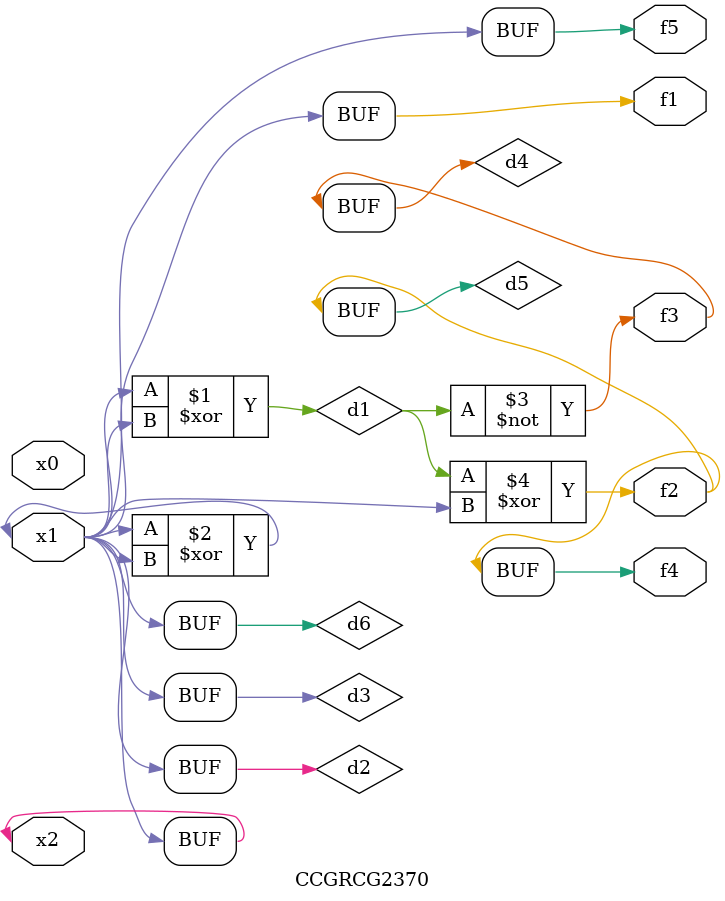
<source format=v>
module CCGRCG2370(
	input x0, x1, x2,
	output f1, f2, f3, f4, f5
);

	wire d1, d2, d3, d4, d5, d6;

	xor (d1, x1, x2);
	buf (d2, x1, x2);
	xor (d3, x1, x2);
	nor (d4, d1);
	xor (d5, d1, d2);
	buf (d6, d2, d3);
	assign f1 = d6;
	assign f2 = d5;
	assign f3 = d4;
	assign f4 = d5;
	assign f5 = d6;
endmodule

</source>
